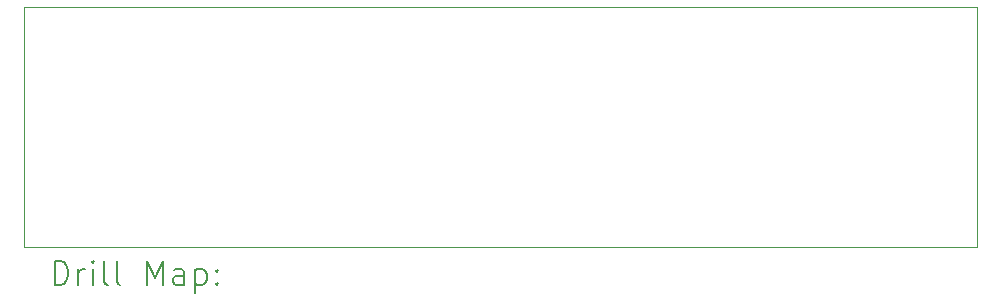
<source format=gbr>
%TF.GenerationSoftware,KiCad,Pcbnew,7.0.5-0*%
%TF.CreationDate,2023-07-15T23:12:55+02:00*%
%TF.ProjectId,atf1504_plcc44_breakout,61746631-3530-4345-9f70-6c636334345f,B*%
%TF.SameCoordinates,Original*%
%TF.FileFunction,Drillmap*%
%TF.FilePolarity,Positive*%
%FSLAX45Y45*%
G04 Gerber Fmt 4.5, Leading zero omitted, Abs format (unit mm)*
G04 Created by KiCad (PCBNEW 7.0.5-0) date 2023-07-15 23:12:55*
%MOMM*%
%LPD*%
G01*
G04 APERTURE LIST*
%ADD10C,0.100000*%
%ADD11C,0.200000*%
G04 APERTURE END LIST*
D10*
X9334500Y-5207000D02*
X17399000Y-5207000D01*
X17399000Y-7239000D01*
X9334500Y-7239000D01*
X9334500Y-5207000D01*
D11*
X9590277Y-7555484D02*
X9590277Y-7355484D01*
X9590277Y-7355484D02*
X9637896Y-7355484D01*
X9637896Y-7355484D02*
X9666467Y-7365008D01*
X9666467Y-7365008D02*
X9685515Y-7384055D01*
X9685515Y-7384055D02*
X9695039Y-7403103D01*
X9695039Y-7403103D02*
X9704563Y-7441198D01*
X9704563Y-7441198D02*
X9704563Y-7469769D01*
X9704563Y-7469769D02*
X9695039Y-7507865D01*
X9695039Y-7507865D02*
X9685515Y-7526912D01*
X9685515Y-7526912D02*
X9666467Y-7545960D01*
X9666467Y-7545960D02*
X9637896Y-7555484D01*
X9637896Y-7555484D02*
X9590277Y-7555484D01*
X9790277Y-7555484D02*
X9790277Y-7422150D01*
X9790277Y-7460246D02*
X9799801Y-7441198D01*
X9799801Y-7441198D02*
X9809324Y-7431674D01*
X9809324Y-7431674D02*
X9828372Y-7422150D01*
X9828372Y-7422150D02*
X9847420Y-7422150D01*
X9914086Y-7555484D02*
X9914086Y-7422150D01*
X9914086Y-7355484D02*
X9904563Y-7365008D01*
X9904563Y-7365008D02*
X9914086Y-7374531D01*
X9914086Y-7374531D02*
X9923610Y-7365008D01*
X9923610Y-7365008D02*
X9914086Y-7355484D01*
X9914086Y-7355484D02*
X9914086Y-7374531D01*
X10037896Y-7555484D02*
X10018848Y-7545960D01*
X10018848Y-7545960D02*
X10009324Y-7526912D01*
X10009324Y-7526912D02*
X10009324Y-7355484D01*
X10142658Y-7555484D02*
X10123610Y-7545960D01*
X10123610Y-7545960D02*
X10114086Y-7526912D01*
X10114086Y-7526912D02*
X10114086Y-7355484D01*
X10371229Y-7555484D02*
X10371229Y-7355484D01*
X10371229Y-7355484D02*
X10437896Y-7498341D01*
X10437896Y-7498341D02*
X10504563Y-7355484D01*
X10504563Y-7355484D02*
X10504563Y-7555484D01*
X10685515Y-7555484D02*
X10685515Y-7450722D01*
X10685515Y-7450722D02*
X10675991Y-7431674D01*
X10675991Y-7431674D02*
X10656944Y-7422150D01*
X10656944Y-7422150D02*
X10618848Y-7422150D01*
X10618848Y-7422150D02*
X10599801Y-7431674D01*
X10685515Y-7545960D02*
X10666467Y-7555484D01*
X10666467Y-7555484D02*
X10618848Y-7555484D01*
X10618848Y-7555484D02*
X10599801Y-7545960D01*
X10599801Y-7545960D02*
X10590277Y-7526912D01*
X10590277Y-7526912D02*
X10590277Y-7507865D01*
X10590277Y-7507865D02*
X10599801Y-7488817D01*
X10599801Y-7488817D02*
X10618848Y-7479293D01*
X10618848Y-7479293D02*
X10666467Y-7479293D01*
X10666467Y-7479293D02*
X10685515Y-7469769D01*
X10780753Y-7422150D02*
X10780753Y-7622150D01*
X10780753Y-7431674D02*
X10799801Y-7422150D01*
X10799801Y-7422150D02*
X10837896Y-7422150D01*
X10837896Y-7422150D02*
X10856944Y-7431674D01*
X10856944Y-7431674D02*
X10866467Y-7441198D01*
X10866467Y-7441198D02*
X10875991Y-7460246D01*
X10875991Y-7460246D02*
X10875991Y-7517388D01*
X10875991Y-7517388D02*
X10866467Y-7536436D01*
X10866467Y-7536436D02*
X10856944Y-7545960D01*
X10856944Y-7545960D02*
X10837896Y-7555484D01*
X10837896Y-7555484D02*
X10799801Y-7555484D01*
X10799801Y-7555484D02*
X10780753Y-7545960D01*
X10961705Y-7536436D02*
X10971229Y-7545960D01*
X10971229Y-7545960D02*
X10961705Y-7555484D01*
X10961705Y-7555484D02*
X10952182Y-7545960D01*
X10952182Y-7545960D02*
X10961705Y-7536436D01*
X10961705Y-7536436D02*
X10961705Y-7555484D01*
X10961705Y-7431674D02*
X10971229Y-7441198D01*
X10971229Y-7441198D02*
X10961705Y-7450722D01*
X10961705Y-7450722D02*
X10952182Y-7441198D01*
X10952182Y-7441198D02*
X10961705Y-7431674D01*
X10961705Y-7431674D02*
X10961705Y-7450722D01*
M02*

</source>
